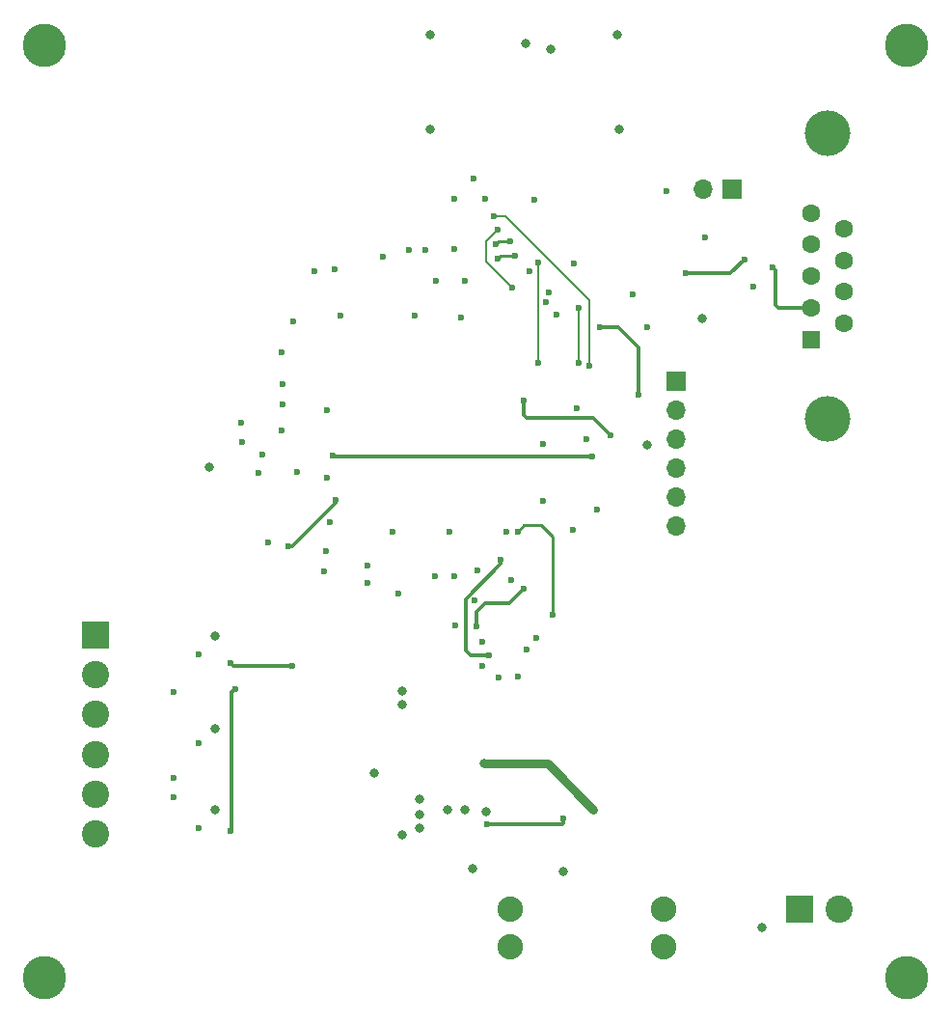
<source format=gbl>
G04 #@! TF.GenerationSoftware,KiCad,Pcbnew,(6.0.5)*
G04 #@! TF.CreationDate,2023-03-05T22:43:07-07:00*
G04 #@! TF.ProjectId,EVCU,45564355-2e6b-4696-9361-645f70636258,rev?*
G04 #@! TF.SameCoordinates,Original*
G04 #@! TF.FileFunction,Copper,L4,Bot*
G04 #@! TF.FilePolarity,Positive*
%FSLAX46Y46*%
G04 Gerber Fmt 4.6, Leading zero omitted, Abs format (unit mm)*
G04 Created by KiCad (PCBNEW (6.0.5)) date 2023-03-05 22:43:07*
%MOMM*%
%LPD*%
G01*
G04 APERTURE LIST*
G04 #@! TA.AperFunction,ComponentPad*
%ADD10C,3.800000*%
G04 #@! TD*
G04 #@! TA.AperFunction,ComponentPad*
%ADD11R,2.400000X2.400000*%
G04 #@! TD*
G04 #@! TA.AperFunction,ComponentPad*
%ADD12C,2.400000*%
G04 #@! TD*
G04 #@! TA.AperFunction,ComponentPad*
%ADD13C,2.235200*%
G04 #@! TD*
G04 #@! TA.AperFunction,ComponentPad*
%ADD14R,1.700000X1.700000*%
G04 #@! TD*
G04 #@! TA.AperFunction,ComponentPad*
%ADD15O,1.700000X1.700000*%
G04 #@! TD*
G04 #@! TA.AperFunction,ComponentPad*
%ADD16C,4.000000*%
G04 #@! TD*
G04 #@! TA.AperFunction,ComponentPad*
%ADD17R,1.600000X1.600000*%
G04 #@! TD*
G04 #@! TA.AperFunction,ComponentPad*
%ADD18C,1.600000*%
G04 #@! TD*
G04 #@! TA.AperFunction,ViaPad*
%ADD19C,0.800000*%
G04 #@! TD*
G04 #@! TA.AperFunction,ViaPad*
%ADD20C,0.600000*%
G04 #@! TD*
G04 #@! TA.AperFunction,Conductor*
%ADD21C,0.300000*%
G04 #@! TD*
G04 #@! TA.AperFunction,Conductor*
%ADD22C,0.800000*%
G04 #@! TD*
G04 #@! TA.AperFunction,Conductor*
%ADD23C,0.250000*%
G04 #@! TD*
G04 #@! TA.AperFunction,Conductor*
%ADD24C,0.200000*%
G04 #@! TD*
G04 APERTURE END LIST*
D10*
X83820000Y-45466000D03*
X159512000Y-45466000D03*
D11*
X150091200Y-121194600D03*
D12*
X153591200Y-121194600D03*
D13*
X138150600Y-124510800D03*
X138150600Y-121208800D03*
X124688600Y-124510800D03*
X124688600Y-121208800D03*
D14*
X144204531Y-58055200D03*
D15*
X141664531Y-58055200D03*
D14*
X139319000Y-74904600D03*
D15*
X139319000Y-77444600D03*
X139319000Y-79984600D03*
X139319000Y-82524600D03*
X139319000Y-85064600D03*
X139319000Y-87604600D03*
D10*
X159512000Y-127254000D03*
D11*
X88279200Y-97142600D03*
D12*
X88279200Y-100642600D03*
X88279200Y-104142600D03*
X88279200Y-107642600D03*
X88279200Y-111142600D03*
X88279200Y-114642600D03*
D16*
X152594869Y-78185200D03*
X152594869Y-53185200D03*
D17*
X151174869Y-71225200D03*
D18*
X151174869Y-68455200D03*
X151174869Y-65685200D03*
X151174869Y-62915200D03*
X151174869Y-60145200D03*
X154014869Y-69840200D03*
X154014869Y-67070200D03*
X154014869Y-64300200D03*
X154014869Y-61530200D03*
D10*
X83820000Y-127254000D03*
D19*
X122605800Y-112649000D03*
D20*
X127609600Y-85394800D03*
X127609600Y-80391000D03*
D19*
X136702800Y-80518000D03*
X141605000Y-69443600D03*
D20*
X97332800Y-114071400D03*
X97332800Y-98907600D03*
X95199200Y-102133400D03*
X97358200Y-106680000D03*
X95199200Y-109677200D03*
X95199200Y-111404400D03*
D19*
X146837400Y-122834400D03*
X129387600Y-117957600D03*
X121437400Y-117652800D03*
X115239800Y-114706400D03*
X112776000Y-109321600D03*
X119176800Y-112471200D03*
X120700800Y-112471200D03*
D20*
X122224800Y-99847400D03*
X122250200Y-97790000D03*
X126161800Y-98443700D03*
X125399800Y-100812600D03*
X126974600Y-97459800D03*
X119888000Y-96367600D03*
X124383800Y-88138000D03*
X119380000Y-88138000D03*
X114350800Y-88112600D03*
X108915200Y-87274400D03*
X108635800Y-83362800D03*
X108635800Y-77419200D03*
X109855000Y-69164200D03*
X116357400Y-69164200D03*
X120370600Y-69291200D03*
X127812800Y-67995800D03*
X130302000Y-64541400D03*
X128092200Y-67081400D03*
X135432800Y-67259200D03*
X141833600Y-62331600D03*
X146050000Y-66598800D03*
X130556000Y-77292200D03*
X132308600Y-86156800D03*
X121818400Y-91465400D03*
X118084600Y-92024200D03*
X112191800Y-92633800D03*
X112191800Y-91084400D03*
X108381800Y-91567000D03*
X103505000Y-89027000D03*
X101142800Y-80264000D03*
X102616000Y-82931000D03*
X105968800Y-82880200D03*
X102920800Y-81305400D03*
X104673400Y-79222600D03*
X104724200Y-75184000D03*
X105638600Y-69672200D03*
X107569000Y-65278000D03*
X113512600Y-63957200D03*
X115798600Y-63373000D03*
X117297200Y-63373000D03*
X119837200Y-63271400D03*
X119786400Y-58928000D03*
X126822200Y-59029600D03*
D19*
X128244600Y-45745400D03*
X117729000Y-52806600D03*
X134289800Y-52806600D03*
X134137400Y-44500800D03*
X117703600Y-44500800D03*
X98298000Y-82448400D03*
D20*
X119811800Y-92024200D03*
X136702800Y-70129400D03*
D19*
X115265200Y-103282600D03*
D20*
X101117400Y-78536800D03*
X131419600Y-79959200D03*
X104648000Y-72390000D03*
X108559600Y-89839800D03*
D19*
X126034800Y-45288200D03*
D20*
X120777000Y-66090800D03*
D19*
X115265200Y-102082600D03*
D20*
X121615200Y-94157800D03*
X104698800Y-76911200D03*
X122555000Y-58877200D03*
X124841000Y-92329000D03*
X114884200Y-93497400D03*
X123672600Y-100939600D03*
X121513600Y-57150000D03*
X128781700Y-69022500D03*
X126390400Y-65227200D03*
X118237000Y-66090800D03*
X130184200Y-87926700D03*
X109270800Y-65100200D03*
X138416831Y-58197400D03*
D19*
X98806000Y-112496600D03*
X122428000Y-108458000D03*
X116765200Y-111580800D03*
X98806000Y-97231200D03*
X132029200Y-112496600D03*
X116765200Y-112901600D03*
X98806000Y-105410000D03*
X116765200Y-114070000D03*
D20*
X122682000Y-113792000D03*
X129362200Y-113258600D03*
X131876800Y-81483200D03*
X109178400Y-81423200D03*
X109407000Y-85284000D03*
X105206800Y-89382600D03*
X132613400Y-70205600D03*
X135940800Y-76089200D03*
X125942400Y-76597200D03*
X133562400Y-79645200D03*
X100203000Y-114401600D03*
X100558600Y-101879400D03*
X100152200Y-99618800D03*
X105613200Y-99923600D03*
X147755531Y-64913200D03*
X145262600Y-64211200D03*
X140135531Y-65421200D03*
X122859800Y-98933000D03*
X123910400Y-90567200D03*
X128482400Y-95393200D03*
X125369200Y-88092400D03*
X125942400Y-93107200D03*
X121742200Y-96418400D03*
X131682800Y-73549200D03*
X123317000Y-60452000D03*
X127177800Y-64465200D03*
X127177800Y-73304400D03*
X130768400Y-68469200D03*
X130768400Y-73295200D03*
X124926400Y-66691200D03*
X123656400Y-61611200D03*
X123656400Y-64151200D03*
X125180400Y-63897200D03*
X123420900Y-62881200D03*
X124715900Y-62627200D03*
D21*
X120853200Y-94005400D02*
X123910400Y-90948200D01*
X123910400Y-90948200D02*
X123910400Y-90567200D01*
X120853200Y-98552000D02*
X120853200Y-94005400D01*
X122859800Y-98933000D02*
X121234200Y-98933000D01*
X121234200Y-98933000D02*
X120853200Y-98552000D01*
D22*
X122428000Y-108458000D02*
X127990600Y-108458000D01*
X127990600Y-108458000D02*
X132029200Y-112496600D01*
D21*
X129362200Y-113690400D02*
X129260600Y-113792000D01*
X129260600Y-113792000D02*
X122682000Y-113792000D01*
X129362200Y-113258600D02*
X129362200Y-113690400D01*
X109238400Y-81483200D02*
X109178400Y-81423200D01*
X131876800Y-81483200D02*
X109238400Y-81483200D01*
X109407000Y-85563400D02*
X109407000Y-85284000D01*
X105587800Y-89382600D02*
X109407000Y-85563400D01*
X105206800Y-89382600D02*
X105587800Y-89382600D01*
X135940800Y-71965200D02*
X135940800Y-76089200D01*
X134181200Y-70205600D02*
X135940800Y-71965200D01*
X132613400Y-70205600D02*
X134181200Y-70205600D01*
X126196400Y-78121200D02*
X125942400Y-77867200D01*
X125942400Y-77867200D02*
X125942400Y-76597200D01*
X133562400Y-79645200D02*
X132038400Y-78121200D01*
X132038400Y-78121200D02*
X126196400Y-78121200D01*
X100279200Y-102158800D02*
X100558600Y-101879400D01*
X100203000Y-114401600D02*
X100279200Y-114325400D01*
X100279200Y-114325400D02*
X100279200Y-102158800D01*
X100152200Y-99618800D02*
X100457000Y-99923600D01*
X100457000Y-99923600D02*
X105613200Y-99923600D01*
X145262600Y-64211200D02*
X144052600Y-65421200D01*
X144052600Y-65421200D02*
X140135531Y-65421200D01*
X148249531Y-68455200D02*
X151174869Y-68455200D01*
X148009531Y-65167200D02*
X147755531Y-64913200D01*
X148009531Y-68215200D02*
X148249531Y-68455200D01*
X148009531Y-68215200D02*
X148009531Y-65167200D01*
D23*
X127466400Y-87519200D02*
X125942400Y-87519200D01*
X128482400Y-95393200D02*
X128482400Y-88535200D01*
X125942400Y-87519200D02*
X125369200Y-88092400D01*
X128482400Y-88535200D02*
X127466400Y-87519200D01*
D21*
X121742200Y-96418400D02*
X121742200Y-95123000D01*
X122478800Y-94386400D02*
X124663200Y-94386400D01*
X124663200Y-94386400D02*
X125942400Y-93107200D01*
X121742200Y-95123000D02*
X122478800Y-94386400D01*
D24*
X124300600Y-60452000D02*
X131682800Y-67834200D01*
X123317000Y-60452000D02*
X124300600Y-60452000D01*
X131682800Y-67834200D02*
X131682800Y-73549200D01*
X127177800Y-64465200D02*
X127177800Y-73304400D01*
X130768400Y-68469200D02*
X130768400Y-73295200D01*
X122640400Y-64405200D02*
X122640400Y-62627200D01*
X124926400Y-66691200D02*
X122640400Y-64405200D01*
X122640400Y-62627200D02*
X123656400Y-61611200D01*
D23*
X125180400Y-63897200D02*
X123910400Y-63897200D01*
X123910400Y-63897200D02*
X123656400Y-64151200D01*
X123674900Y-62627200D02*
X123420900Y-62881200D01*
X124715900Y-62627200D02*
X123674900Y-62627200D01*
M02*

</source>
